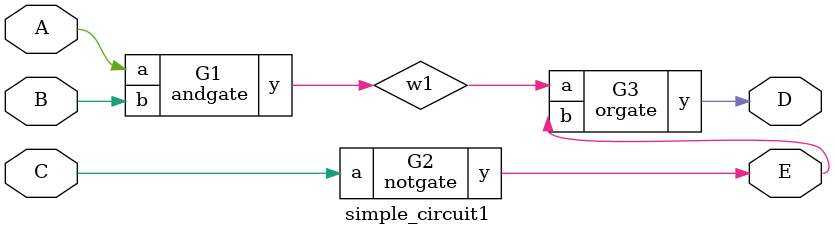
<source format=v>
module andgate(a,b,y);
    input a,b;
    output y;
    assign y = a & b;
endmodule
module notgate (a,y);
    input a;
    output y;
    assign y = !a;
endmodule
module orgate (a,b,y);
    input a,b;
    output y;
    assign y = a | b;
endmodule
module simple_circuit1(A,B,C,D,E,);
    output D,E;
    input A,B,C;
    wire w1; // tells that w1 is an output
    andgate G1(A,B,w1); // A and B are input while w1 is the output
    notgate G2(C,E); // C is input while E is output
    orgate G3(w1,E,D); // w1 and E are input while D is output
endmodule
</source>
